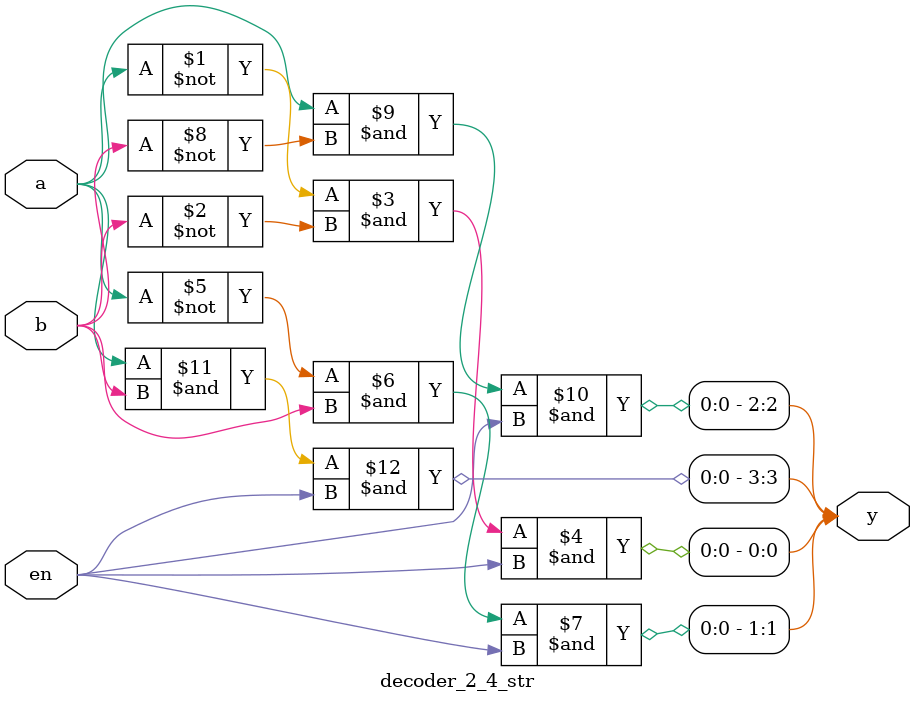
<source format=v>
module decoder_2_4_str(a,b,en,y);
input a,b,en;
output [3:0]y;
assign y[0] = (~a)&(~b)&(en);
assign y[1] = (~a)&(b)&(en);
assign y[2] = (a)&(~b)&(en);
assign y[3] = (a)&(b)&(en);
endmodule

</source>
